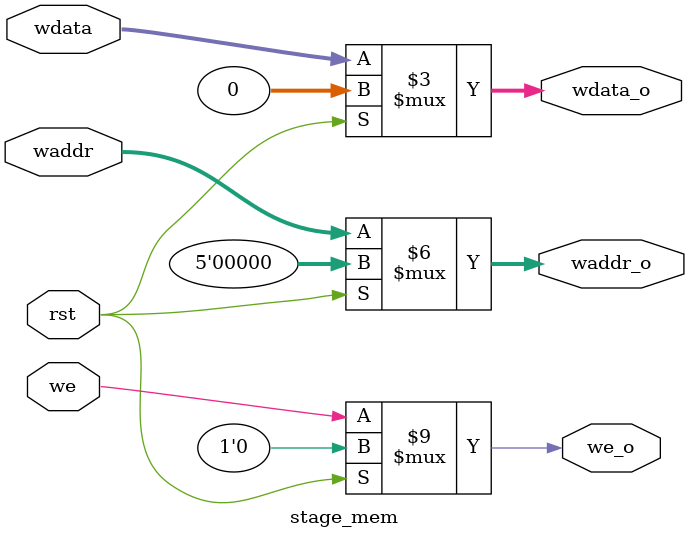
<source format=v>
module stage_mem (
    input             we     ,
    input      [ 4:0] waddr  ,
    input      [31:0] wdata  ,
    output reg        we_o   ,
    output reg [ 4:0] waddr_o,
    output reg [31:0] wdata_o,
    input             rst
);

    always @* begin
        if (rst) begin
            we_o    <= 0;
            waddr_o <= 0;
            wdata_o <= 0;
        end else begin
            we_o    <= we;
            waddr_o <= waddr;
            wdata_o <= wdata;
        end
    end

endmodule // stage_mem

</source>
